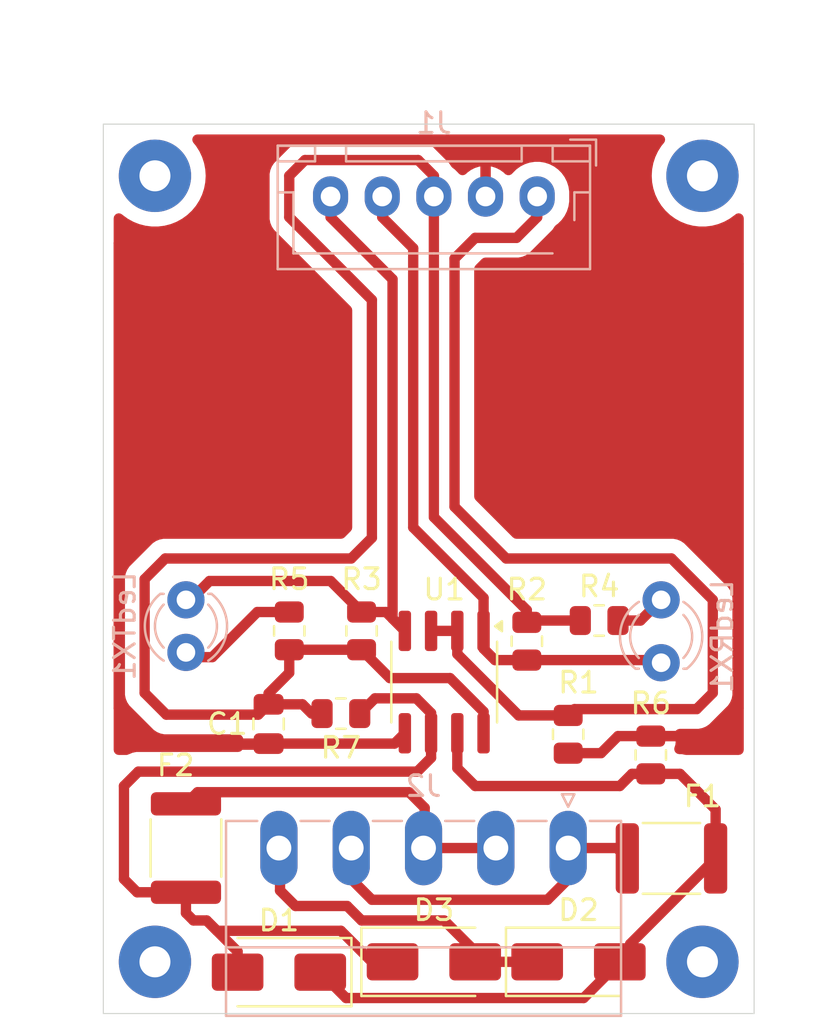
<source format=kicad_pcb>
(kicad_pcb (version 20240108) (generator "pcbnew") (generator_version "8.0")
  (layers (0 "F.Cu" signal) (31 "B.Cu" signal) (34 "B.Paste" user) (35 "F.Paste" user) (36 "B.SilkS" user "B.Silkscreen") (37 "F.SilkS" user "F.Silkscreen") (38 "B.Mask" user) (39 "F.Mask" user) (44 "Edge.Cuts" user))
  (net 0 "")
  (net 1 "GND")
  (net 2 "+5V")
  (net 3 "Net-(D1-A1)")
  (net 4 "Net-(D1-A2)")
  (net 5 "COM")
  (net 6 "B")
  (net 7 "A")
  (net 8 "TX")
  (net 9 "DE")
  (net 10 "RX")
  (net 11 "Net-(LedRX1-A)")
  (net 12 "Net-(LedTX1-A)")
  (footprint "Capacitor_SMD:C_0805_2012Metric" (layer "F.Cu") (at 98 101 90)
    (property "Reference" "C1" (at 0 -2 180) (layer "F.SilkS"))
    (property "Value" "100nF" (hide yes))
    (fp_line (start -0.261252 -0.735) (end 0.261252 -0.735) (stroke (width 0.12)) (layer "F.SilkS"))
    (fp_line (start -0.261252 0.735) (end 0.261252 0.735) (stroke (width 0.12)) (layer "F.SilkS"))
    (pad "1" smd roundrect (at -0.95 0 90) (size 1 1.45) (layers "F.Cu" "F.Paste" "F.Mask") (net 1 "GND"))
    (pad "2" smd roundrect (at 0.95 0 90) (size 1 1.45) (layers "F.Cu" "F.Paste" "F.Mask") (net 2 "+5V"))
  )
  (footprint "Resistor_SMD:R_0805_2012Metric" (layer "F.Cu") (at 110.5 97 -90)
    (property "Reference" "R2" (at -2.5 0 180) (layer "F.SilkS"))
    (property "Value" "4.7K" (hide yes))
    (fp_line (start -0.227064 0.735) (end 0.227064 0.735) (stroke (width 0.12)) (layer "F.SilkS"))
    (fp_line (start -0.227064 -0.735) (end 0.227064 -0.735) (stroke (width 0.12)) (layer "F.SilkS"))
    (pad "1" smd roundrect (at -0.9125 0 270) (size 1.025 1.4) (layers "F.Cu" "F.Paste" "F.Mask") (roundrect_rratio 0.243902) (net 2 "+5V"))
    (pad "2" smd roundrect (at 0.9125 0 270) (size 1.025 1.4) (layers "F.Cu" "F.Paste" "F.Mask") (roundrect_rratio 0.243902) (net 10 "RX"))
  )
  (footprint "Fuse:Fuse_1812_4532Metric" (layer "F.Cu") (at 94 107 90)
    (property "Reference" "F2" (at 4 -0.5 180) (layer "F.SilkS"))
    (property "Value" "Fuse" (hide yes))
    (fp_line (start -1.386252 -1.71) (end 1.386252 -1.71) (stroke (width 0.12)) (layer "F.SilkS"))
    (fp_line (start -1.386252 1.71) (end 1.386252 1.71) (stroke (width 0.12)) (layer "F.SilkS"))
    (pad "1" smd roundrect (at -2.1375 0 90) (size 1.125 3.4) (layers "F.Cu" "F.Paste" "F.Mask") (roundrect_rratio 0.222222) (net 4 "Net-(D1-A2)"))
    (pad "2" smd roundrect (at 2.1375 0 90) (size 1.125 3.4) (layers "F.Cu" "F.Paste" "F.Mask") (roundrect_rratio 0.222222) (net 7 "A"))
  )
  (footprint "Diode_SMD:D_SMA" (layer "F.Cu") (at 98.5 113 180)
    (property "Reference" "D1" (at 0 2.5 0) (layer "F.SilkS"))
    (property "Value" "SMAJ6.8" (hide yes))
    (fp_line (start -3.51 1.65) (end 2 1.65) (stroke (width 0.12)) (layer "F.SilkS"))
    (fp_line (start -3.51 -1.65) (end 2 -1.65) (stroke (width 0.12)) (layer "F.SilkS"))
    (fp_line (start -3.51 -1.65) (end -3.51 1.65) (stroke (width 0.12)) (layer "F.SilkS"))
    (pad "1" smd roundrect (at -2 0 180) (size 2.5 1.8) (layers "F.Cu" "F.Paste" "F.Mask") (roundrect_rratio 0.1388888889) (net 3 "Net-(D1-A1)"))
    (pad "2" smd roundrect (at 2 0 180) (size 2.5 1.8) (layers "F.Cu" "F.Paste" "F.Mask") (roundrect_rratio 0.1388888889) (net 4 "Net-(D1-A2)"))
  )
  (footprint "Diode_SMD:D_SMA" (layer "F.Cu") (at 113 112.5)
    (property "Reference" "D2" (at 0 -2.5 0) (layer "F.SilkS"))
    (property "Value" "SMAJ6.8" (hide yes))
    (fp_line (start -3.51 -1.65) (end -3.51 1.65) (stroke (width 0.12)) (layer "F.SilkS"))
    (fp_line (start -3.51 -1.65) (end 2 -1.65) (stroke (width 0.12)) (layer "F.SilkS"))
    (fp_line (start -3.51 1.65) (end 2 1.65) (stroke (width 0.12)) (layer "F.SilkS"))
    (pad "1" smd roundrect (at -2 0) (size 2.5 1.8) (layers "F.Cu" "F.Paste" "F.Mask") (roundrect_rratio 0.1388888889) (net 5 "COM"))
    (pad "2" smd roundrect (at 2 0) (size 2.5 1.8) (layers "F.Cu" "F.Paste" "F.Mask") (roundrect_rratio 0.1388888889) (net 3 "Net-(D1-A1)"))
  )
  (footprint "Resistor_SMD:R_0805_2012Metric" (layer "F.Cu") (at 99 96.5 -90)
    (property "Reference" "R5" (at -2.5 0 180) (layer "F.SilkS"))
    (property "Value" "2.4K" (hide yes))
    (fp_line (start -0.227064 0.735) (end 0.227064 0.735) (stroke (width 0.12)) (layer "F.SilkS"))
    (fp_line (start -0.227064 -0.735) (end 0.227064 -0.735) (stroke (width 0.12)) (layer "F.SilkS"))
    (pad "1" smd roundrect (at -0.9125 0 270) (size 1.025 1.4) (layers "F.Cu" "F.Paste" "F.Mask") (roundrect_rratio 0.243902) (net 12 "Net-(LedTX1-A)"))
    (pad "2" smd roundrect (at 0.9125 0 270) (size 1.025 1.4) (layers "F.Cu" "F.Paste" "F.Mask") (roundrect_rratio 0.243902) (net 2 "+5V"))
  )
  (footprint "Resistor_SMD:R_0805_2012Metric" (layer "F.Cu") (at 116.5 102.5 -90)
    (property "Reference" "R6" (at -2.5 0 180) (layer "F.SilkS"))
    (property "Value" "4.7K" (hide yes))
    (fp_line (start -0.227064 0.735) (end 0.227064 0.735) (stroke (width 0.12)) (layer "F.SilkS"))
    (fp_line (start -0.227064 -0.735) (end 0.227064 -0.735) (stroke (width 0.12)) (layer "F.SilkS"))
    (pad "1" smd roundrect (at -0.9125 0 270) (size 1.025 1.4) (layers "F.Cu" "F.Paste" "F.Mask") (roundrect_rratio 0.243902) (net 1 "GND"))
    (pad "2" smd roundrect (at 0.9125 0 270) (size 1.025 1.4) (layers "F.Cu" "F.Paste" "F.Mask") (roundrect_rratio 0.243902) (net 3 "Net-(D1-A1)"))
  )
  (footprint "Resistor_SMD:R_0805_2012Metric" (layer "F.Cu") (at 101.5 100.5 180)
    (property "Reference" "R7" (at 0 -1.65 0) (layer "F.SilkS"))
    (property "Value" "4.7K" (hide yes))
    (fp_line (start -0.227064 0.735) (end 0.227064 0.735) (stroke (width 0.12)) (layer "F.SilkS"))
    (fp_line (start -0.227064 -0.735) (end 0.227064 -0.735) (stroke (width 0.12)) (layer "F.SilkS"))
    (pad "1" smd roundrect (at -0.9125 0 180) (size 1.025 1.4) (layers "F.Cu" "F.Paste" "F.Mask") (roundrect_rratio 0.243902) (net 4 "Net-(D1-A2)"))
    (pad "2" smd roundrect (at 0.9125 0 180) (size 1.025 1.4) (layers "F.Cu" "F.Paste" "F.Mask") (roundrect_rratio 0.243902) (net 2 "+5V"))
  )
  (footprint "Package_SO:SOIC-8_3.9x4.9mm_P1.27mm" (layer "F.Cu") (at 106.5 98.975 -90)
    (property "Reference" "U1" (at -4.475 0 0) (layer "F.SilkS"))
    (property "Value" "MAX485E" (hide yes))
    (fp_line (start 0 2.56) (end -1.95 2.56) (stroke (width 0.12)) (layer "F.SilkS"))
    (fp_line (start 0 2.56) (end 1.95 2.56) (stroke (width 0.12)) (layer "F.SilkS"))
    (fp_line (start 0 -2.56) (end -1.95 -2.56) (stroke (width 0.12)) (layer "F.SilkS"))
    (fp_line (start 0 -2.56) (end 1.95 -2.56) (stroke (width 0.12)) (layer "F.SilkS"))
    (fp_poly (pts (xy -2.7 -2.465) (xy -2.94 -2.795) (xy -2.46 -2.795) (xy -2.7 -2.465)) (stroke (width 0.12)) (fill solid) (layer "F.SilkS"))
    (pad "1" smd roundrect (at -2.475 -1.905 270) (size 1.95 0.6) (layers "F.Cu" "F.Paste" "F.Mask") (net 10 "RX"))
    (pad "2" smd roundrect (at -2.475 -0.635 270) (size 1.95 0.6) (layers "F.Cu" "F.Paste" "F.Mask") (net 9 "DE"))
    (pad "3" smd roundrect (at -2.475 0.635 270) (size 1.95 0.6) (layers "F.Cu" "F.Paste" "F.Mask") (net 9 "DE"))
    (pad "4" smd roundrect (at -2.475 1.905 270) (size 1.95 0.6) (layers "F.Cu" "F.Paste" "F.Mask") (net 8 "TX"))
    (pad "5" smd roundrect (at 2.475 1.905 270) (size 1.95 0.6) (layers "F.Cu" "F.Paste" "F.Mask") (net 1 "GND"))
    (pad "6" smd roundrect (at 2.475 0.635 270) (size 1.95 0.6) (layers "F.Cu" "F.Paste" "F.Mask") (net 4 "Net-(D1-A2)"))
    (pad "7" smd roundrect (at 2.475 -0.635 270) (size 1.95 0.6) (layers "F.Cu" "F.Paste" "F.Mask") (net 3 "Net-(D1-A1)"))
    (pad "8" smd roundrect (at 2.475 -1.905 270) (size 1.95 0.6) (layers "F.Cu" "F.Paste" "F.Mask") (net 2 "+5V"))
  )
  (footprint "Resistor_SMD:R_0805_2012Metric" (layer "F.Cu") (at 112.5 101.5 -90)
    (property "Reference" "R1" (at -2.5 -0.5 180) (layer "F.SilkS"))
    (property "Value" "4.7K" (hide yes))
    (fp_line (start -0.227064 0.735) (end 0.227064 0.735) (stroke (width 0.12)) (layer "F.SilkS"))
    (fp_line (start -0.227064 -0.735) (end 0.227064 -0.735) (stroke (width 0.12)) (layer "F.SilkS"))
    (pad "1" smd roundrect (at -0.9125 0 270) (size 1.025 1.4) (layers "F.Cu" "F.Paste" "F.Mask") (roundrect_rratio 0.243902) (net 9 "DE"))
    (pad "2" smd roundrect (at 0.9125 0 270) (size 1.025 1.4) (layers "F.Cu" "F.Paste" "F.Mask") (roundrect_rratio 0.243902) (net 1 "GND"))
  )
  (footprint "Fuse:Fuse_1812_4532Metric" (layer "F.Cu") (at 117.5 107.5 180)
    (property "Reference" "F1" (at -1.5 3 0) (layer "F.SilkS"))
    (property "Value" "Fuse" (hide yes))
    (fp_line (start -1.386252 1.71) (end 1.386252 1.71) (stroke (width 0.12)) (layer "F.SilkS"))
    (fp_line (start -1.386252 -1.71) (end 1.386252 -1.71) (stroke (width 0.12)) (layer "F.SilkS"))
    (pad "1" smd roundrect (at -2.1375 0 180) (size 1.125 3.4) (layers "F.Cu" "F.Paste" "F.Mask") (roundrect_rratio 0.222222) (net 3 "Net-(D1-A1)"))
    (pad "2" smd roundrect (at 2.1375 0 180) (size 1.125 3.4) (layers "F.Cu" "F.Paste" "F.Mask") (roundrect_rratio 0.222222) (net 6 "B"))
  )
  (footprint "Resistor_SMD:R_0805_2012Metric" (layer "F.Cu") (at 114 96)
    (property "Reference" "R4" (at 0 -1.65 0) (layer "F.SilkS"))
    (property "Value" "2.4K" (hide yes))
    (fp_line (start -0.227064 -0.735) (end 0.227064 -0.735) (stroke (width 0.12)) (layer "F.SilkS"))
    (fp_line (start -0.227064 0.735) (end 0.227064 0.735) (stroke (width 0.12)) (layer "F.SilkS"))
    (pad "1" smd roundrect (at -0.9125 0) (size 1.025 1.4) (layers "F.Cu" "F.Paste" "F.Mask") (roundrect_rratio 0.243902) (net 2 "+5V"))
    (pad "2" smd roundrect (at 0.9125 0) (size 1.025 1.4) (layers "F.Cu" "F.Paste" "F.Mask") (roundrect_rratio 0.243902) (net 11 "Net-(LedRX1-A)"))
  )
  (footprint "Diode_SMD:D_SMA" (layer "F.Cu") (at 106 112.5)
    (property "Reference" "D3" (at 0 -2.5 0) (layer "F.SilkS"))
    (property "Value" "SMAJ6.8" (hide yes))
    (fp_line (start -3.51 -1.65) (end -3.51 1.65) (stroke (width 0.12)) (layer "F.SilkS"))
    (fp_line (start -3.51 -1.65) (end 2 -1.65) (stroke (width 0.12)) (layer "F.SilkS"))
    (fp_line (start -3.51 1.65) (end 2 1.65) (stroke (width 0.12)) (layer "F.SilkS"))
    (pad "1" smd roundrect (at -2 0) (size 2.5 1.8) (layers "F.Cu" "F.Paste" "F.Mask") (roundrect_rratio 0.1388888889) (net 4 "Net-(D1-A2)"))
    (pad "2" smd roundrect (at 2 0) (size 2.5 1.8) (layers "F.Cu" "F.Paste" "F.Mask") (roundrect_rratio 0.1388888889) (net 5 "COM"))
  )
  (footprint "Resistor_SMD:R_0805_2012Metric" (layer "F.Cu") (at 102.5 96.5 -90)
    (property "Reference" "R3" (at -2.5 0 180) (layer "F.SilkS"))
    (property "Value" "4.7K" (hide yes))
    (fp_line (start -0.227064 0.735) (end 0.227064 0.735) (stroke (width 0.12)) (layer "F.SilkS"))
    (fp_line (start -0.227064 -0.735) (end 0.227064 -0.735) (stroke (width 0.12)) (layer "F.SilkS"))
    (pad "1" smd roundrect (at -0.9125 0 270) (size 1.025 1.4) (layers "F.Cu" "F.Paste" "F.Mask") (roundrect_rratio 0.243902) (net 8 "TX"))
    (pad "2" smd roundrect (at 0.9125 0 270) (size 1.025 1.4) (layers "F.Cu" "F.Paste" "F.Mask") (roundrect_rratio 0.243902) (net 2 "+5V"))
  )
  (footprint "LED_THT:LED_D3.0mm_IRBlack" (layer "B.Cu") (at 94 95 -90)
    (property "Reference" "LedTX1" (at 1.27 2.96 90) (layer "B.SilkS") (effects (justify mirror)))
    (property "Value" "3mmGr" (hide yes))
    (fp_line (start -0.29 1.08) (end -0.29 1.236) (stroke (width 0.12)) (layer "B.SilkS"))
    (fp_line (start -0.29 -1.236) (end -0.29 -1.08) (stroke (width 0.12)) (layer "B.SilkS"))
    (fp_arc (start 2.941397 1.080061) (mid 1.365624 1.987701) (end -0.29 1.235516) (stroke (width 0.12)) (layer "B.SilkS"))
    (fp_arc (start 2.31091 1.080049) (mid 1.269965 1.5) (end 0.229039 1.08) (stroke (width 0.12)) (layer "B.SilkS"))
    (fp_arc (start 0.229039 -1.08) (mid 1.269965 -1.5) (end 2.31091 -1.080049) (stroke (width 0.12)) (layer "B.SilkS"))
    (fp_arc (start -0.29 -1.235516) (mid 1.365624 -1.987701) (end 2.941397 -1.080061) (stroke (width 0.12)) (layer "B.SilkS"))
    (pad "1" thru_hole circle (at 0 0 270) (size 1.8 1.8) (drill 0.9) (layers "*.Cu" "*.Mask") (net 8 "TX"))
    (pad "2" thru_hole circle (at 2.54 0 270) (size 1.8 1.8) (drill 0.9) (layers "*.Cu" "*.Mask") (net 12 "Net-(LedTX1-A)"))
  )
  (footprint "Connector_JST:JST_XH_B5B-XH-AM_1x05_P2.50mm_Vertical" (layer "B.Cu") (at 111 75.5 180)
    (property "Reference" "J1" (at 5 3.55 0) (layer "B.SilkS") (effects (justify mirror)))
    (property "Value" "Conn_01x05" (hide yes))
    (fp_line (start 12.56 2.46) (end 12.56 -3.51) (stroke (width 0.12)) (layer "B.SilkS"))
    (fp_line (start 12.56 -3.51) (end -2.56 -3.51) (stroke (width 0.12)) (layer "B.SilkS"))
    (fp_line (start 12.55 2.45) (end 12.55 1.7) (stroke (width 0.12)) (layer "B.SilkS"))
    (fp_line (start 12.55 1.7) (end 10.75 1.7) (stroke (width 0.12)) (layer "B.SilkS"))
    (fp_line (start 11.8 0.2) (end 12.55 0.2) (stroke (width 0.12)) (layer "B.SilkS"))
    (fp_line (start 11.8 -2.75) (end 11.8 0.2) (stroke (width 0.12)) (layer "B.SilkS"))
    (fp_line (start 10.75 2.45) (end 12.55 2.45) (stroke (width 0.12)) (layer "B.SilkS"))
    (fp_line (start 10.75 1.7) (end 10.75 2.45) (stroke (width 0.12)) (layer "B.SilkS"))
    (fp_line (start 9.25 2.45) (end 9.25 1.7) (stroke (width 0.12)) (layer "B.SilkS"))
    (fp_line (start 9.25 1.7) (end 0.75 1.7) (stroke (width 0.12)) (layer "B.SilkS"))
    (fp_line (start 5 -2.75) (end 11.8 -2.75) (stroke (width 0.12)) (layer "B.SilkS"))
    (fp_line (start 0.75 2.45) (end 9.25 2.45) (stroke (width 0.12)) (layer "B.SilkS"))
    (fp_line (start 0.75 1.7) (end 0.75 2.45) (stroke (width 0.12)) (layer "B.SilkS"))
    (fp_line (start -0.74 -2.75) (end 5 -2.75) (stroke (width 0.12)) (layer "B.SilkS"))
    (fp_line (start -0.75 2.45) (end -0.75 1.7) (stroke (width 0.12)) (layer "B.SilkS"))
    (fp_line (start -0.75 1.7) (end -2.55 1.7) (stroke (width 0.12)) (layer "B.SilkS"))
    (fp_line (start -1.8 0.2) (end -2.55 0.2) (stroke (width 0.12)) (layer "B.SilkS"))
    (fp_line (start -1.8 -1.14) (end -1.8 0.2) (stroke (width 0.12)) (layer "B.SilkS"))
    (fp_line (start -2.55 2.45) (end -0.75 2.45) (stroke (width 0.12)) (layer "B.SilkS"))
    (fp_line (start -2.55 1.7) (end -2.55 2.45) (stroke (width 0.12)) (layer "B.SilkS"))
    (fp_line (start -2.56 2.46) (end 12.56 2.46) (stroke (width 0.12)) (layer "B.SilkS"))
    (fp_line (start -2.56 -3.51) (end -2.56 2.46) (stroke (width 0.12)) (layer "B.SilkS"))
    (fp_line (start -2.85 2.75) (end -1.6 2.75) (stroke (width 0.12)) (layer "B.SilkS"))
    (fp_line (start -2.85 1.5) (end -2.85 2.75) (stroke (width 0.12)) (layer "B.SilkS"))
    (pad "1" thru_hole oval (at 0 0 180) (size 1.7 1.95) (drill 0.95) (layers "*.Cu" "*.Mask") (net 9 "DE"))
    (pad "2" thru_hole oval (at 2.5 0 180) (size 1.7 1.95) (drill 0.95) (layers "*.Cu" "*.Mask") (net 1 "GND"))
    (pad "3" thru_hole oval (at 5 0 180) (size 1.7 1.95) (drill 0.95) (layers "*.Cu" "*.Mask") (net 2 "+5V"))
    (pad "4" thru_hole oval (at 7.5 0 180) (size 1.7 1.95) (drill 0.95) (layers "*.Cu" "*.Mask") (net 10 "RX"))
    (pad "5" thru_hole oval (at 10 0 180) (size 1.7 1.95) (drill 0.95) (layers "*.Cu" "*.Mask") (net 8 "TX"))
  )
  (footprint "Connector_Phoenix_MC:PhoenixContact_MC_1,5_5-G-3.5_1x05_P3.50mm_Horizontal" (layer "B.Cu") (at 112.5 107 180)
    (property "Reference" "J2" (at 7 3 0) (layer "B.SilkS") (effects (justify mirror)))
    (property "Value" "Conn_01x05" (hide yes))
    (fp_line (start 16.56 1.31) (end 16.56 -8.11) (stroke (width 0.12)) (layer "B.SilkS"))
    (fp_line (start 16.56 -4.8) (end -2.56 -4.8) (stroke (width 0.12)) (layer "B.SilkS"))
    (fp_line (start 16.56 -8.11) (end -2.56 -8.11) (stroke (width 0.12)) (layer "B.SilkS"))
    (fp_line (start 15.05 1.31) (end 16.56 1.31) (stroke (width 0.12)) (layer "B.SilkS"))
    (fp_line (start 12.95 1.31) (end 11.55 1.31) (stroke (width 0.12)) (layer "B.SilkS"))
    (fp_line (start 9.45 1.31) (end 8.05 1.31) (stroke (width 0.12)) (layer "B.SilkS"))
    (fp_line (start 5.95 1.31) (end 4.55 1.31) (stroke (width 0.12)) (layer "B.SilkS"))
    (fp_line (start 2.45 1.31) (end 1.05 1.31) (stroke (width 0.12)) (layer "B.SilkS"))
    (fp_line (start 0.3 2.6) (end -0.3 2.6) (stroke (width 0.12)) (layer "B.SilkS"))
    (fp_line (start 0 2) (end 0.3 2.6) (stroke (width 0.12)) (layer "B.SilkS"))
    (fp_line (start -0.3 2.6) (end 0 2) (stroke (width 0.12)) (layer "B.SilkS"))
    (fp_line (start -1.05 1.31) (end -2.56 1.31) (stroke (width 0.12)) (layer "B.SilkS"))
    (fp_line (start -2.56 -8.11) (end -2.56 1.31) (stroke (width 0.12)) (layer "B.SilkS"))
    (pad "1" thru_hole oval (at 0 0 180) (size 1.8 3.6) (drill 1.2) (layers "*.Cu" "*.Mask") (net 6 "B"))
    (pad "2" thru_hole oval (at 3.5 0 180) (size 1.8 3.6) (drill 1.2) (layers "*.Cu" "*.Mask") (net 7 "A"))
    (pad "3" thru_hole oval (at 7 0 180) (size 1.8 3.6) (drill 1.2) (layers "*.Cu" "*.Mask") (net 7 "A"))
    (pad "4" thru_hole oval (at 10.5 0 180) (size 1.8 3.6) (drill 1.2) (layers "*.Cu" "*.Mask") (net 6 "B"))
    (pad "5" thru_hole oval (at 14 0 180) (size 1.8 3.6) (drill 1.2) (layers "*.Cu" "*.Mask") (net 5 "COM"))
  )
  (footprint "LED_THT:LED_D3.0mm_IRBlack" (layer "B.Cu") (at 117 98.04 90)
    (property "Reference" "LedRX1" (at 1.27 2.96 90) (layer "B.SilkS") (effects (justify mirror)))
    (property "Value" "3mmGr" (hide yes))
    (fp_line (start -0.29 -1.236) (end -0.29 -1.08) (stroke (width 0.12)) (layer "B.SilkS"))
    (fp_line (start -0.29 1.08) (end -0.29 1.236) (stroke (width 0.12)) (layer "B.SilkS"))
    (fp_arc (start -0.29 -1.235516) (mid 1.365624 -1.987701) (end 2.941397 -1.080061) (stroke (width 0.12)) (layer "B.SilkS"))
    (fp_arc (start 0.229039 -1.08) (mid 1.269965 -1.5) (end 2.31091 -1.080049) (stroke (width 0.12)) (layer "B.SilkS"))
    (fp_arc (start 2.31091 1.080049) (mid 1.269965 1.5) (end 0.229039 1.08) (stroke (width 0.12)) (layer "B.SilkS"))
    (fp_arc (start 2.941397 1.080061) (mid 1.365624 1.987701) (end -0.29 1.235516) (stroke (width 0.12)) (layer "B.SilkS"))
    (pad "1" thru_hole circle (at 0 0 90) (size 1.8 1.8) (drill 0.9) (layers "*.Cu" "*.Mask") (net 10 "RX"))
    (pad "2" thru_hole circle (at 3.04 0 90) (size 1.8 1.8) (drill 0.9) (layers "*.Cu" "*.Mask") (net 11 "Net-(LedRX1-A)"))
  )
  (gr_line (start 90 72) (end 90 115) (stroke (width 0.05)) (layer "Edge.Cuts"))
  (gr_line (start 121.5 72) (end 121.5 115) (stroke (width 0.05)) (layer "Edge.Cuts"))
  (gr_line (start 90 72) (end 121.5 72) (stroke (width 0.05)) (layer "Edge.Cuts"))
  (gr_line (start 121.5 115) (end 90 115) (stroke (width 0.05)) (layer "Edge.Cuts"))
  (via (at 92.5 74.5) (size 3.5) (drill 1.5) (layers "F.Cu" "B.Cu") (net 0))
  (via (at 119 74.5) (size 3.5) (drill 1.5) (layers "F.Cu" "B.Cu") (net 0))
  (via (at 92.5 112.5) (size 3.5) (drill 1.5) (layers "F.Cu" "B.Cu") (net 0))
  (via (at 119 112.5) (size 3.5) (drill 1.5) (layers "F.Cu" "B.Cu") (net 0))
  (segment (start 116.5 101.5875) (end 114.9125 101.5875) (width 0.5) (layer "F.Cu") (net 1))
  (segment (start 120.75 100.25) (end 119.4125 101.5875) (width 0.5) (layer "F.Cu") (net 1))
  (segment (start 120.75 78.75) (end 120.75 100.25) (width 0.5) (layer "F.Cu") (net 1))
  (segment (start 109 73) (end 114.5 73) (width 0.5) (layer "F.Cu") (net 1))
  (segment (start 96.25 72.75) (end 95.5 73.5) (width 0.5) (layer "F.Cu") (net 1))
  (segment (start 114.9125 101.5875) (end 114.0875 102.4125) (width 0.5) (layer "F.Cu") (net 1))
  (segment (start 104.095 101.95) (end 104.595 101.45) (width 0.5) (layer "F.Cu") (net 1))
  (segment (start 120 78) (end 120.75 78.75) (width 0.5) (layer "F.Cu") (net 1))
  (segment (start 108.5 73.5) (end 107.75 72.75) (width 0.5) (layer "F.Cu") (net 1))
  (segment (start 90.75 77.75) (end 90.75 100.25) (width 0.5) (layer "F.Cu") (net 1))
  (segment (start 108.5 75.5) (end 108.5 73.5) (width 0.5) (layer "F.Cu") (net 1))
  (segment (start 90.75 100.25) (end 92.5 102) (width 0.5) (layer "F.Cu") (net 1))
  (segment (start 95.5 75.5) (end 93.5 77.5) (width 0.5) (layer "F.Cu") (net 1))
  (segment (start 95.5 73.5) (end 95.5 75.5) (width 0.5) (layer "F.Cu") (net 1))
  (segment (start 116 74.5) (end 116 76) (width 0.5) (layer "F.Cu") (net 1))
  (segment (start 93.5 77.5) (end 91 77.5) (width 0.5) (layer "F.Cu") (net 1))
  (segment (start 97.95 102) (end 98 101.95) (width 0.5) (layer "F.Cu") (net 1))
  (segment (start 98 101.95) (end 104.095 101.95) (width 0.5) (layer "F.Cu") (net 1))
  (segment (start 108.5 73.5) (end 109 73) (width 0.5) (layer "F.Cu") (net 1))
  (segment (start 91 77.5) (end 90.75 77.75) (width 0.5) (layer "F.Cu") (net 1))
  (segment (start 119.4125 101.5875) (end 116.5 101.5875) (width 0.5) (layer "F.Cu") (net 1))
  (segment (start 92.5 102) (end 97.95 102) (width 0.5) (layer "F.Cu") (net 1))
  (segment (start 118 78) (end 120 78) (width 0.5) (layer "F.Cu") (net 1))
  (segment (start 116 76) (end 118 78) (width 0.5) (layer "F.Cu") (net 1))
  (segment (start 114.0875 102.4125) (end 112.5 102.4125) (width 0.5) (layer "F.Cu") (net 1))
  (segment (start 114.5 73) (end 116 74.5) (width 0.5) (layer "F.Cu") (net 1))
  (segment (start 107.75 72.75) (end 96.25 72.75) (width 0.5) (layer "F.Cu") (net 1))
  (segment (start 97.500062 100.549938) (end 98 100.05) (width 0.5) (layer "F.Cu") (net 2))
  (segment (start 102 93) (end 93 93) (width 0.5) (layer "F.Cu") (net 2))
  (segment (start 108.405 100.405) (end 108.405 101.45) (width 0.5) (layer "F.Cu") (net 2))
  (segment (start 99 98.525) (end 98 99.525) (width 0.5) (layer "F.Cu") (net 2))
  (segment (start 98 100.05) (end 99.6375 100.05) (width 0.5) (layer "F.Cu") (net 2))
  (segment (start 98 99.525) (end 98 100.05) (width 0.5) (layer "F.Cu") (net 2))
  (segment (start 102.5 97.4125) (end 103.871323 98.783823) (width 0.5) (layer "F.Cu") (net 2))
  (segment (start 106 75.5) (end 106 91) (width 0.5) (layer "F.Cu") (net 2))
  (segment (start 105.238562 73.738562) (end 99.761438 73.738562) (width 0.5) (layer "F.Cu") (net 2))
  (segment (start 113.0875 96) (end 110.5875 96) (width 0.5) (layer "F.Cu") (net 2))
  (segment (start 93 93) (end 92 94) (width 0.5) (layer "F.Cu") (net 2))
  (segment (start 99 97.4125) (end 99 98.525) (width 0.5) (layer "F.Cu") (net 2))
  (segment (start 110.5 95.5) (end 110.5 96.0875) (width 0.5) (layer "F.Cu") (net 2))
  (segment (start 106 74.5) (end 105.238562 73.738562) (width 0.5) (layer "F.Cu") (net 2))
  (segment (start 103 92) (end 102 93) (width 0.5) (layer "F.Cu") (net 2))
  (segment (start 103 80.5) (end 103 92) (width 0.5) (layer "F.Cu") (net 2))
  (segment (start 92 99.5) (end 93.049938 100.549938) (width 0.5) (layer "F.Cu") (net 2))
  (segment (start 99 97.4125) (end 102.5 97.4125) (width 0.5) (layer "F.Cu") (net 2))
  (segment (start 106.783823 98.783823) (end 108.405 100.405) (width 0.5) (layer "F.Cu") (net 2))
  (segment (start 99.6375 100.05) (end 100.0875 100.5) (width 0.5) (layer "F.Cu") (net 2))
  (segment (start 99.761438 73.738562) (end 99 74.5) (width 0.5) (layer "F.Cu") (net 2))
  (segment (start 106 75.5) (end 106 74.5) (width 0.5) (layer "F.Cu") (net 2))
  (segment (start 92 94) (end 92 99.5) (width 0.5) (layer "F.Cu") (net 2))
  (segment (start 99 74.5) (end 99 76.5) (width 0.5) (layer "F.Cu") (net 2))
  (segment (start 106 91) (end 110.5 95.5) (width 0.5) (layer "F.Cu") (net 2))
  (segment (start 103.871323 98.783823) (end 106.783823 98.783823) (width 0.5) (layer "F.Cu") (net 2))
  (segment (start 99 76.5) (end 103 80.5) (width 0.5) (layer "F.Cu") (net 2))
  (segment (start 93.049938 100.549938) (end 97.500062 100.549938) (width 0.5) (layer "F.Cu") (net 2))
  (segment (start 110.5875 96) (end 110.5 96.0875) (width 0.5) (layer "F.Cu") (net 2))
  (segment (start 116.5 103.4125) (end 115.5875 103.4125) (width 0.5) (layer "F.Cu") (net 3))
  (segment (start 115.5875 103.4125) (end 115 104) (width 0.5) (layer "F.Cu") (net 3))
  (segment (start 115 112.5) (end 115.5 112) (width 0.5) (layer "F.Cu") (net 3))
  (segment (start 115.5 111.6375) (end 119.6375 107.5) (width 0.5) (layer "F.Cu") (net 3))
  (segment (start 119.6375 105.1375) (end 117.9125 103.4125) (width 0.5) (layer "F.Cu") (net 3))
  (segment (start 115.5 112) (end 115.5 111.6375) (width 0.5) (layer "F.Cu") (net 3))
  (segment (start 115 104) (end 108 104) (width 0.5) (layer "F.Cu") (net 3))
  (segment (start 108 104) (end 107.135 103.135) (width 0.5) (layer "F.Cu") (net 3))
  (segment (start 119.6375 107.5) (end 119.6375 105.1375) (width 0.5) (layer "F.Cu") (net 3))
  (segment (start 117.9125 103.4125) (end 116.5 103.4125) (width 0.5) (layer "F.Cu") (net 3))
  (segment (start 107.135 103.135) (end 107.135 101.45) (width 0.5) (layer "F.Cu") (net 3))
  (segment (start 101.75 114.25) (end 113.25 114.25) (width 0.5) (layer "F.Cu") (net 3))
  (segment (start 100.5 113) (end 101.75 114.25) (width 0.5) (layer "F.Cu") (net 3))
  (segment (start 113.25 114.25) (end 115 112.5) (width 0.5) (layer "F.Cu") (net 3))
  (segment (start 94 110.1375) (end 94.3625 110.5) (width 0.5) (layer "F.Cu") (net 4))
  (segment (start 105.865 100.475001) (end 105.865 101.45) (width 0.5) (layer "F.Cu") (net 4))
  (segment (start 103.151063 99.761437) (end 105.151436 99.761437) (width 0.5) (layer "F.Cu") (net 4))
  (segment (start 105.194502 103.305498) (end 91.694502 103.305498) (width 0.5) (layer "F.Cu") (net 4))
  (segment (start 95 110.5) (end 95.5 111) (width 0.5) (layer "F.Cu") (net 4))
  (segment (start 96.5 112) (end 95 110.5) (width 0.5) (layer "F.Cu") (net 4))
  (segment (start 105.151436 99.761437) (end 105.865 100.475001) (width 0.5) (layer "F.Cu") (net 4))
  (segment (start 102.4125 100.5) (end 103.151063 99.761437) (width 0.5) (layer "F.Cu") (net 4))
  (segment (start 91.694502 103.305498) (end 91 104) (width 0.5) (layer "F.Cu") (net 4))
  (segment (start 95 110.5) (end 94.3625 110.5) (width 0.5) (layer "F.Cu") (net 4))
  (segment (start 91 108.5) (end 91.6375 109.1375) (width 0.5) (layer "F.Cu") (net 4))
  (segment (start 105.865 101.45) (end 105.865 102.635) (width 0.5) (layer "F.Cu") (net 4))
  (segment (start 101.5 111) (end 103 112.5) (width 0.5) (layer "F.Cu") (net 4))
  (segment (start 91 104) (end 91 108.5) (width 0.5) (layer "F.Cu") (net 4))
  (segment (start 91.6375 109.1375) (end 94 109.1375) (width 0.5) (layer "F.Cu") (net 4))
  (segment (start 95.5 111) (end 101.5 111) (width 0.5) (layer "F.Cu") (net 4))
  (segment (start 105.865 102.635) (end 105.194502 103.305498) (width 0.5) (layer "F.Cu") (net 4))
  (segment (start 96.5 113) (end 96.5 112) (width 0.5) (layer "F.Cu") (net 4))
  (segment (start 94 109.1375) (end 94 110.1375) (width 0.5) (layer "F.Cu") (net 4))
  (segment (start 106.5 110.5) (end 108.5 112.5) (width 0.5) (layer "F.Cu") (net 5))
  (segment (start 101.8 109.8) (end 102.5 110.5) (width 0.5) (layer "F.Cu") (net 5))
  (segment (start 98.555 109.055) (end 99.3 109.8) (width 0.5) (layer "F.Cu") (net 5))
  (segment (start 99.3 109.8) (end 101.8 109.8) (width 0.5) (layer "F.Cu") (net 5))
  (segment (start 98.555 107) (end 98.555 109.055) (width 0.5) (layer "F.Cu") (net 5))
  (segment (start 108.5 112.5) (end 110 112.5) (width 0.5) (layer "F.Cu") (net 5))
  (segment (start 102.5 110.5) (end 106.5 110.5) (width 0.5) (layer "F.Cu") (net 5))
  (segment (start 111.5 109.5) (end 112.555 108.445) (width 0.5) (layer "F.Cu") (net 6))
  (segment (start 112.5 107) (end 114.8625 107) (width 0.5) (layer "F.Cu") (net 6))
  (segment (start 114.8625 107) (end 115.3625 107.5) (width 0.5) (layer "F.Cu") (net 6))
  (segment (start 102.055 108.555) (end 103 109.5) (width 0.5) (layer "F.Cu") (net 6))
  (segment (start 102.055 107) (end 102.055 108.555) (width 0.5) (layer "F.Cu") (net 6))
  (segment (start 112.555 108.445) (end 112.555 107) (width 0.5) (layer "F.Cu") (net 6))
  (segment (start 103 109.5) (end 111.5 109.5) (width 0.5) (layer "F.Cu") (net 6))
  (segment (start 94.5625 104.3) (end 94 104.8625) (width 0.5) (layer "F.Cu") (net 7))
  (segment (start 105.555 105.055) (end 104.8 104.3) (width 0.5) (layer "F.Cu") (net 7))
  (segment (start 105.555 107) (end 109.055 107) (width 0.5) (layer "F.Cu") (net 7))
  (segment (start 105.555 107) (end 105.555 105.055) (width 0.5) (layer "F.Cu") (net 7))
  (segment (start 104.8 104.3) (end 94.5625 104.3) (width 0.5) (layer "F.Cu") (net 7))
  (segment (start 95.1425 94.0875) (end 101 94.0875) (width 0.5) (layer "F.Cu") (net 8))
  (segment (start 101 76.5) (end 104 79.5) (width 0.5) (layer "F.Cu") (net 8))
  (segment (start 101 94.0875) (end 102.5 95.5875) (width 0.5) (layer "F.Cu") (net 8))
  (segment (start 103.6825 95.5875) (end 104.595 96.5) (width 0.5) (layer "F.Cu") (net 8))
  (segment (start 104 79.5) (end 104 95.905) (width 0.5) (layer "F.Cu") (net 8))
  (segment (start 94 95.23) (end 95.1425 94.0875) (width 0.5) (layer "F.Cu") (net 8))
  (segment (start 104 95.905) (end 104.595 96.5) (width 0.5) (layer "F.Cu") (net 8))
  (segment (start 102.5 95.5875) (end 103.6825 95.5875) (width 0.5) (layer "F.Cu") (net 8))
  (segment (start 101 75.5) (end 101 76.5) (width 0.5) (layer "F.Cu") (net 8))
  (segment (start 110 77.5) (end 108 77.5) (width 0.5) (layer "F.Cu") (net 9))
  (segment (start 119.5 95) (end 119.5 99.5) (width 0.5) (layer "F.Cu") (net 9))
  (segment (start 118.716177 100.283823) (end 112.803677 100.283823) (width 0.5) (layer "F.Cu") (net 9))
  (segment (start 107 78.5) (end 107 90.5) (width 0.5) (layer "F.Cu") (net 9))
  (segment (start 119.5 99.5) (end 118.716177 100.283823) (width 0.5) (layer "F.Cu") (net 9))
  (segment (start 105.865 96.5) (end 107.135 96.5) (width 0.5) (layer "F.Cu") (net 9))
  (segment (start 111 76.5) (end 110 77.5) (width 0.5) (layer "F.Cu") (net 9))
  (segment (start 117.5 93) (end 119.5 95) (width 0.5) (layer "F.Cu") (net 9))
  (segment (start 112.803677 100.283823) (end 112.5 100.5875) (width 0.5) (layer "F.Cu") (net 9))
  (segment (start 108 77.5) (end 107 78.5) (width 0.5) (layer "F.Cu") (net 9))
  (segment (start 112.5 100.5875) (end 110.103756 100.5875) (width 0.5) (layer "F.Cu") (net 9))
  (segment (start 110.103756 100.5875) (end 107.135 97.618744) (width 0.5) (layer "F.Cu") (net 9))
  (segment (start 111 75.5) (end 111 76.5) (width 0.5) (layer "F.Cu") (net 9))
  (segment (start 107.135 97.618744) (end 107.135 96.5) (width 0.5) (layer "F.Cu") (net 9))
  (segment (start 109.5 93) (end 117.5 93) (width 0.5) (layer "F.Cu") (net 9))
  (segment (start 107 90.5) (end 109.5 93) (width 0.5) (layer "F.Cu") (net 9))
  (segment (start 108.405 97.359252) (end 108.405 96.5) (width 0.5) (layer "F.Cu") (net 10))
  (segment (start 117 98.04) (end 116.8725 97.9125) (width 0.5) (layer "F.Cu") (net 10))
  (segment (start 103.5 76.5) (end 105 78) (width 0.5) (layer "F.Cu") (net 10))
  (segment (start 105 91.5) (end 108.405 94.905) (width 0.5) (layer "F.Cu") (net 10))
  (segment (start 105 78) (end 105 91.5) (width 0.5) (layer "F.Cu") (net 10))
  (segment (start 108.958248 97.9125) (end 108.405 97.359252) (width 0.5) (layer "F.Cu") (net 10))
  (segment (start 108.405 94.905) (end 108.405 96.5) (width 0.5) (layer "F.Cu") (net 10))
  (segment (start 116.8725 97.9125) (end 110.5 97.9125) (width 0.5) (layer "F.Cu") (net 10))
  (segment (start 103.5 75.5) (end 103.5 76.5) (width 0.5) (layer "F.Cu") (net 10))
  (segment (start 110.5 97.9125) (end 108.958248 97.9125) (width 0.5) (layer "F.Cu") (net 10))
  (segment (start 114.9125 96) (end 116 96) (width 0.5) (layer "F.Cu") (net 11))
  (segment (start 116 96) (end 117 95) (width 0.5) (layer "F.Cu") (net 11))
  (segment (start 95.27375 97.77) (end 97.45625 95.5875) (width 0.5) (layer "F.Cu") (net 12))
  (segment (start 97.45625 95.5875) (end 99 95.5875) (width 0.5) (layer "F.Cu") (net 12))
  (segment (start 94 97.77) (end 95.27375 97.77) (width 0.5) (layer "F.Cu") (net 12))
  (zone (net 1) (net_name "GND") (layer "F.Cu") (name "GND") (connect_pads (clearance 0.7)) (min_thickness 0.5) (fill yes (thermal_gap 0.5) (thermal_bridge_width 0.5))
    (polygon (pts (xy 85 68.5) (xy 87.5 102.5) (xy 124.5 102.5) (xy 125 66)))
  )
  (zone (net 0) (net_name "") (layer "F.Cu") (name "GND") (connect_pads (clearance 0)) (min_thickness 0.5)
    (keepout (tracks allowed) (vias allowed) (pads allowed) (copperpour not_allowed) (footprints allowed))
    (fill (thermal_gap 0.5) (thermal_bridge_width 0.5))
    (polygon (pts (xy 98.5 101) (xy 98.5 103) (xy 115.5 103.5) (xy 115.5 101)))
  )
)
</source>
